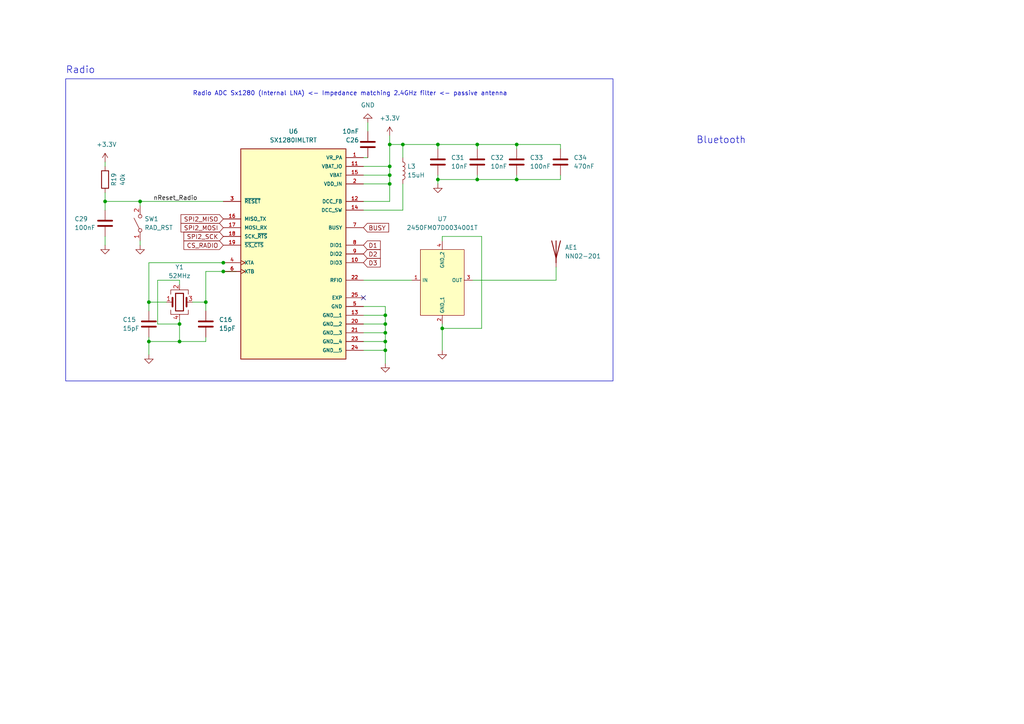
<source format=kicad_sch>
(kicad_sch (version 20230121) (generator eeschema)
  (paper "A4")
  (lib_symbols
    (symbol "Device:Antenna" (pin_numbers hide) (pin_names (offset 1.016) hide)
      (property "Reference" "AE" (at -1.905 1.905 0))
      (property "Value" "Antenna" (at -1.905 0 0))
      (symbol "Antenna_0_1"
        (polyline (pts (xy 0 2.54) (xy 0 -3.81)) (stroke (width 0.254)))
        (polyline (pts (xy 1.27 2.54) (xy 0 -2.54) (xy -1.27 2.54)) (stroke (width 0.254)))
      )
      (symbol "Antenna_1_1"
        (pin input line (at 0 -5.08 90) (length 2.54) (name "A") (number "1"))
      )
    )
    (symbol "Device:C" (pin_numbers hide) (pin_names (offset 0.254))
      (property "Reference" "C" (at 0.635 2.54 0))
      (property "Value" "C" (at 0.635 -2.54 0))
      (symbol "C_0_1"
        (polyline (pts (xy -2.032 -0.762) (xy 2.032 -0.762)) (stroke (width 0.508)))
        (polyline (pts (xy -2.032 0.762) (xy 2.032 0.762)) (stroke (width 0.508)))
      )
      (symbol "C_1_1"
        (pin passive line (at 0 3.81 270) (length 2.794) (name "~") (number "1"))
        (pin passive line (at 0 -3.81 90) (length 2.794) (name "~") (number "2"))
      )
    )
    (symbol "Device:Crystal_GND24" (pin_names (offset 1.016) hide)
      (property "Reference" "Y" (at 3.175 5.08 0))
      (property "Value" "Crystal_GND24" (at 3.175 3.175 0))
      (symbol "Crystal_GND24_0_1"
        (rectangle (start -1.143 2.54) (end 1.143 -2.54) (stroke (width 0.3048)))
        (polyline (pts (xy -2.54 0) (xy -2.032 0)))
        (polyline (pts (xy -2.032 -1.27) (xy -2.032 1.27)) (stroke (width 0.508)))
        (polyline (pts (xy 0 -3.81) (xy 0 -3.556)))
        (polyline (pts (xy 0 3.556) (xy 0 3.81)))
        (polyline (pts (xy 2.032 -1.27) (xy 2.032 1.27)) (stroke (width 0.508)))
        (polyline (pts (xy 2.032 0) (xy 2.54 0)))
        (polyline (pts (xy -2.54 -2.286) (xy -2.54 -3.556) (xy 2.54 -3.556) (xy 2.54 -2.286)))
        (polyline (pts (xy -2.54 2.286) (xy -2.54 3.556) (xy 2.54 3.556) (xy 2.54 2.286)))
      )
      (symbol "Crystal_GND24_1_1"
        (pin passive line (at -3.81 0 0) (length 1.27) (name "1") (number "1"))
        (pin passive line (at 0 5.08 270) (length 1.27) (name "2") (number "2"))
        (pin passive line (at 3.81 0 180) (length 1.27) (name "3") (number "3"))
        (pin passive line (at 0 -5.08 90) (length 1.27) (name "4") (number "4"))
      )
    )
    (symbol "Device:L" (pin_numbers hide) (pin_names (offset 1.016) hide)
      (property "Reference" "L" (at -1.27 0 90))
      (property "Value" "L" (at 1.905 0 90))
      (symbol "L_0_1"
        (arc (start 0 -2.54) (mid 0.6323 -1.905) (end 0 -1.27))
        (arc (start 0 -1.27) (mid 0.6323 -0.635) (end 0 0))
        (arc (start 0 0) (mid 0.6323 0.635) (end 0 1.27))
        (arc (start 0 1.27) (mid 0.6323 1.905) (end 0 2.54))
      )
      (symbol "L_1_1"
        (pin passive line (at 0 3.81 270) (length 1.27) (name "1") (number "1"))
        (pin passive line (at 0 -3.81 90) (length 1.27) (name "2") (number "2"))
      )
    )
    (symbol "Device:R" (pin_numbers hide) (pin_names (offset 0))
      (property "Reference" "R" (at 2.032 0 90))
      (property "Value" "R" (at 0 0 90))
      (symbol "R_0_1"
        (rectangle (start -1.016 -2.54) (end 1.016 2.54) (stroke (width 0.254)))
      )
      (symbol "R_1_1"
        (pin passive line (at 0 3.81 270) (length 1.27) (name "~") (number "1"))
        (pin passive line (at 0 -3.81 90) (length 1.27) (name "~") (number "2"))
      )
    )
    (symbol "RF:SX1280IMLTRT" (pin_names (offset 1.016))
      (property "Reference" "U" (at -15.24 23.495 0))
      (property "Value" "SX1280IMLTRT" (at -15.24 -40.64 0))
      (symbol "SX1280IMLTRT_0_0"
        (rectangle (start -15.24 -38.1) (end 15.24 22.86) (stroke (width 0.254)) (fill (type background)))
        (pin power_in line (at 20.32 20.32 180) (length 5.08) (name "VR_PA") (number "1"))
        (pin bidirectional line (at 20.32 -10.16 180) (length 5.08) (name "DIO3") (number "10"))
        (pin power_in line (at 20.32 17.78 180) (length 5.08) (name "VBAT_IO") (number "11"))
        (pin output line (at 20.32 7.62 180) (length 5.08) (name "DCC_FB") (number "12"))
        (pin power_in line (at 20.32 -25.4 180) (length 5.08) (name "GND__1") (number "13"))
        (pin output line (at 20.32 5.08 180) (length 5.08) (name "DCC_SW") (number "14"))
        (pin power_in line (at 20.32 15.24 180) (length 5.08) (name "VBAT") (number "15"))
        (pin output line (at -20.32 2.54 0) (length 5.08) (name "MISO_TX") (number "16"))
        (pin input line (at -20.32 0 0) (length 5.08) (name "MOSI_RX") (number "17"))
        (pin input line (at -20.32 -2.54 0) (length 5.08) (name "SCK_~{RTS}") (number "18"))
        (pin input line (at -20.32 -5.08 0) (length 5.08) (name "~{SS_CTS}") (number "19"))
        (pin power_in line (at 20.32 12.7 180) (length 5.08) (name "VDD_IN") (number "2"))
        (pin power_in line (at 20.32 -27.94 180) (length 5.08) (name "GND__2") (number "20"))
        (pin power_in line (at 20.32 -30.48 180) (length 5.08) (name "GND__3") (number "21"))
        (pin bidirectional line (at 20.32 -15.24 180) (length 5.08) (name "RFIO") (number "22"))
        (pin power_in line (at 20.32 -33.02 180) (length 5.08) (name "GND__4") (number "23"))
        (pin power_in line (at 20.32 -35.56 180) (length 5.08) (name "GND__5") (number "24"))
        (pin power_in line (at 20.32 -20.32 180) (length 5.08) (name "EXP") (number "25"))
        (pin input line (at -20.32 7.62 0) (length 5.08) (name "~{RESET}") (number "3"))
        (pin input clock (at -20.32 -10.16 0) (length 5.08) (name "XTA") (number "4"))
        (pin power_in line (at 20.32 -22.86 180) (length 5.08) (name "GND") (number "5"))
        (pin passive clock (at -20.32 -12.7 0) (length 5.08) (name "XTB") (number "6"))
        (pin output line (at 20.32 0 180) (length 5.08) (name "BUSY") (number "7"))
        (pin bidirectional line (at 20.32 -5.08 180) (length 5.08) (name "DIO1") (number "8"))
        (pin bidirectional line (at 20.32 -7.62 180) (length 5.08) (name "DIO2") (number "9"))
      )
    )
    (symbol "RF_Filter:2450FM07D0034001T"
      (property "Reference" "U" (at 0 6.731 0))
      (property "Value" "2450FM07D0034001T" (at 0 4.318 0))
      (symbol "2450FM07D0034001T_1_1"
        (rectangle (start -6.35 -2.54) (end 6.35 -21.59) (fill (type background)))
        (pin input line (at -8.89 -11.43 0) (length 2.54) (name "IN") (number "1"))
        (pin input line (at 0 -24.13 90) (length 2.54) (name "GND_1") (number "2"))
        (pin output line (at 8.89 -11.43 180) (length 2.54) (name "OUT") (number "3"))
        (pin input line (at 0 0 270) (length 2.54) (name "GND_2") (number "4"))
      )
    )
    (symbol "Switch:SW_SPST" (pin_names (offset 0) hide)
      (property "Reference" "SW" (at 0 3.175 0))
      (property "Value" "SW_SPST" (at 0 -2.54 0))
      (symbol "SW_SPST_0_0"
        (circle (center -2.032 0) (radius 0.508))
        (polyline (pts (xy -1.524 0.254) (xy 1.524 1.778)))
        (circle (center 2.032 0) (radius 0.508))
      )
      (symbol "SW_SPST_1_1"
        (pin passive line (at -5.08 0 0) (length 2.54) (name "A") (number "1"))
        (pin passive line (at 5.08 0 180) (length 2.54) (name "B") (number "2"))
      )
    )
    (symbol "power:+3.3V" (power) (pin_names (offset 0))
      (property "Value" "+3.3V" (at 0 3.556 0))
      (symbol "+3.3V_0_1"
        (polyline (pts (xy -0.762 1.27) (xy 0 2.54)))
        (polyline (pts (xy 0 0) (xy 0 2.54)))
        (polyline (pts (xy 0 2.54) (xy 0.762 1.27)))
      )
      (symbol "+3.3V_1_1"
        (pin power_in line (at 0 0 90) (length 0) hide (name "+3.3V") (number "1"))
      )
    )
    (symbol "power:GND" (power) (pin_names (offset 0))
      (property "Value" "GND" (at 0 -3.81 0))
      (symbol "GND_0_1"
        (polyline (pts (xy 0 0) (xy 0 -1.27) (xy 1.27 -1.27) (xy 0 -2.54) (xy -1.27 -1.27) (xy 0 -1.27)))
      )
      (symbol "GND_1_1"
        (pin power_in line (at 0 0 270) (length 0) hide (name "GND") (number "1"))
      )
    )
  )
  (junction (at 127 41.91))
  (junction (at 59.69 87.63))
  (junction (at 43.18 99.06))
  (junction (at 128.27 95.25))
  (junction (at 43.18 87.63))
  (junction (at 149.86 41.91))
  (junction (at 113.03 53.34))
  (junction (at 30.48 58.42))
  (junction (at 111.76 93.98))
  (junction (at 127 52.07))
  (junction (at 111.76 91.44))
  (junction (at 113.03 50.8))
  (junction (at 111.76 101.6))
  (junction (at 116.84 41.91))
  (junction (at 64.77 78.74))
  (junction (at 40.64 58.42))
  (junction (at 138.43 41.91))
  (junction (at 113.03 41.91))
  (junction (at 52.07 93.98))
  (junction (at 52.07 99.06))
  (junction (at 138.43 52.07))
  (junction (at 111.76 99.06))
  (junction (at 111.76 96.52))
  (junction (at 149.86 52.07))
  (junction (at 64.77 76.2))
  (junction (at 113.03 48.26))
  (no_connect (at 105.41 86.36))
  (wire (pts (xy 113.03 53.34) (xy 105.41 53.34)))
  (wire (pts (xy 111.76 96.52) (xy 111.76 93.98)))
  (wire (pts (xy 113.03 41.91) (xy 113.03 48.26)))
  (wire (pts (xy 59.69 87.63) (xy 59.69 90.17)))
  (wire (pts (xy 105.41 50.8) (xy 113.03 50.8)))
  (wire (pts (xy 105.41 101.6) (xy 111.76 101.6)))
  (wire (pts (xy 105.41 48.26) (xy 113.03 48.26)))
  (wire (pts (xy 105.41 99.06) (xy 111.76 99.06)))
  (wire (pts (xy 43.18 76.2) (xy 43.18 87.63)))
  (wire (pts (xy 59.69 87.63) (xy 55.88 87.63)))
  (wire (pts (xy 161.29 77.47) (xy 161.29 81.28)))
  (wire (pts (xy 149.86 41.91) (xy 138.43 41.91)))
  (wire (pts (xy 116.84 41.91) (xy 116.84 45.72)))
  (wire (pts (xy 149.86 41.91) (xy 149.86 43.18)))
  (wire (pts (xy 162.56 52.07) (xy 149.86 52.07)))
  (wire (pts (xy 116.84 60.96) (xy 105.41 60.96)))
  (wire (pts (xy 113.03 58.42) (xy 113.03 53.34)))
  (wire (pts (xy 30.48 71.12) (xy 30.48 68.58)))
  (wire (pts (xy 59.69 99.06) (xy 52.07 99.06)))
  (wire (pts (xy 40.64 71.12) (xy 40.64 69.85)))
  (wire (pts (xy 43.18 99.06) (xy 43.18 102.87)))
  (wire (pts (xy 43.18 99.06) (xy 52.07 99.06)))
  (wire (pts (xy 45.72 93.98) (xy 52.07 93.98)))
  (wire (pts (xy 106.68 38.1) (xy 106.68 35.56)))
  (wire (pts (xy 111.76 91.44) (xy 111.76 88.9)))
  (wire (pts (xy 105.41 91.44) (xy 111.76 91.44)))
  (wire (pts (xy 138.43 52.07) (xy 149.86 52.07)))
  (wire (pts (xy 127 43.18) (xy 127 41.91)))
  (wire (pts (xy 111.76 101.6) (xy 111.76 99.06)))
  (wire (pts (xy 128.27 95.25) (xy 128.27 101.6)))
  (wire (pts (xy 48.26 87.63) (xy 43.18 87.63)))
  (wire (pts (xy 106.68 45.72) (xy 105.41 45.72)))
  (wire (pts (xy 30.48 58.42) (xy 40.64 58.42)))
  (wire (pts (xy 161.29 81.28) (xy 137.16 81.28)))
  (wire (pts (xy 128.27 95.25) (xy 128.27 93.98)))
  (wire (pts (xy 45.72 81.28) (xy 52.07 81.28)))
  (wire (pts (xy 105.41 96.52) (xy 111.76 96.52)))
  (wire (pts (xy 127 52.07) (xy 127 50.8)))
  (wire (pts (xy 116.84 41.91) (xy 127 41.91)))
  (wire (pts (xy 43.18 97.79) (xy 43.18 99.06)))
  (wire (pts (xy 52.07 99.06) (xy 52.07 93.98)))
  (wire (pts (xy 162.56 43.18) (xy 162.56 41.91)))
  (wire (pts (xy 139.7 68.58) (xy 139.7 95.25)))
  (wire (pts (xy 40.64 58.42) (xy 64.77 58.42)))
  (wire (pts (xy 113.03 39.37) (xy 113.03 41.91)))
  (wire (pts (xy 127 52.07) (xy 127 53.34)))
  (wire (pts (xy 111.76 99.06) (xy 111.76 96.52)))
  (wire (pts (xy 138.43 52.07) (xy 138.43 50.8)))
  (wire (pts (xy 68.58 76.2) (xy 64.77 76.2)))
  (wire (pts (xy 162.56 41.91) (xy 149.86 41.91)))
  (wire (pts (xy 162.56 50.8) (xy 162.56 52.07)))
  (wire (pts (xy 139.7 95.25) (xy 128.27 95.25)))
  (wire (pts (xy 52.07 81.28) (xy 52.07 82.55)))
  (wire (pts (xy 116.84 41.91) (xy 113.03 41.91)))
  (wire (pts (xy 138.43 41.91) (xy 138.43 43.18)))
  (wire (pts (xy 113.03 48.26) (xy 113.03 50.8)))
  (wire (pts (xy 105.41 93.98) (xy 111.76 93.98)))
  (wire (pts (xy 30.48 46.99) (xy 30.48 48.26)))
  (wire (pts (xy 43.18 87.63) (xy 43.18 90.17)))
  (wire (pts (xy 111.76 105.41) (xy 111.76 101.6)))
  (wire (pts (xy 138.43 41.91) (xy 127 41.91)))
  (wire (pts (xy 128.27 69.85) (xy 128.27 68.58)))
  (wire (pts (xy 116.84 53.34) (xy 116.84 60.96)))
  (wire (pts (xy 68.58 78.74) (xy 64.77 78.74)))
  (wire (pts (xy 30.48 58.42) (xy 30.48 60.96)))
  (wire (pts (xy 105.41 58.42) (xy 113.03 58.42)))
  (wire (pts (xy 45.72 81.28) (xy 45.72 93.98)))
  (wire (pts (xy 113.03 50.8) (xy 113.03 53.34)))
  (wire (pts (xy 111.76 88.9) (xy 105.41 88.9)))
  (wire (pts (xy 111.76 93.98) (xy 111.76 91.44)))
  (wire (pts (xy 149.86 52.07) (xy 149.86 50.8)))
  (wire (pts (xy 40.64 59.69) (xy 40.64 58.42)))
  (wire (pts (xy 105.41 81.28) (xy 119.38 81.28)))
  (wire (pts (xy 59.69 78.74) (xy 59.69 87.63)))
  (wire (pts (xy 30.48 55.88) (xy 30.48 58.42)))
  (wire (pts (xy 43.18 76.2) (xy 64.77 76.2)))
  (wire (pts (xy 127 52.07) (xy 138.43 52.07)))
  (wire (pts (xy 128.27 68.58) (xy 139.7 68.58)))
  (wire (pts (xy 59.69 78.74) (xy 64.77 78.74)))
  (wire (pts (xy 52.07 93.98) (xy 52.07 92.71)))
  (wire (pts (xy 59.69 97.79) (xy 59.69 99.06)))
  (rectangle (start 19.05 22.86) (end 177.8 110.49))
  (text "Radio\n" (at 19.05 21.59 0) (effects (font (size 2 2)) (justify left bottom)))
  (text "Bluetooth" (at 201.93 41.91 0) (effects (font (size 2 2)) (justify left bottom)))
  (text "Radio ADC Sx1280 (Internal LNA) <- Impedance matching 2.4GHz filter <- passive antenna" (at 55.88 27.94 0) (effects (font (size 1.27 1.27)) (justify left bottom)))
  (label "nReset_Radio" (at 44.45 58.42 0))
  (global_label "D1" (shape input) (at 105.41 71.12 0) (property "Intersheetrefs" "${INTERSHEET_REFS}" (effects hide)))
  (global_label "SPI2_MISO" (shape input) (at 64.77 63.5 180) (property "Intersheetrefs" "${INTERSHEET_REFS}" (effects hide)))
  (global_label "SPI2_SCK" (shape input) (at 64.77 68.58 180) (property "Intersheetrefs" "${INTERSHEET_REFS}" (effects hide)))
  (global_label "SPI2_MOSI" (shape input) (at 64.77 66.04 180) (property "Intersheetrefs" "${INTERSHEET_REFS}" (effects hide)))
  (global_label "CS_RADIO" (shape input) (at 64.77 71.12 180) (property "Intersheetrefs" "${INTERSHEET_REFS}" (effects hide)))
  (global_label "BUSY" (shape input) (at 105.41 66.04 0) (property "Intersheetrefs" "${INTERSHEET_REFS}" (effects hide)))
  (global_label "D2" (shape input) (at 105.41 73.66 0) (property "Intersheetrefs" "${INTERSHEET_REFS}" (effects hide)))
  (global_label "D3" (shape input) (at 105.41 76.2 0) (property "Intersheetrefs" "${INTERSHEET_REFS}" (effects hide)))
  (symbol (lib_id "Device:C") (at 43.18 93.98 0) (unit 1)
    (property "Reference" "C15" (at 35.56 92.71 0) (effects (justify left)))
    (property "Value" "15pF" (at 35.56 95.25 0) (effects (justify left)))
    (instances (project "Flight_Board" (path "" (reference "C15") (unit 1)) (path "" (reference "C27") (unit 1))))
  )
  (symbol (lib_id "power:GND") (at 40.64 71.12 0) (unit 1)
    (property "Reference" "#PWR061" (effects hide))
    (property "Value" "GND" (effects hide))
    (instances (project "Flight_Board" (path "" (reference "#PWR061") (unit 1)) (path "" (reference "#PWR063") (unit 1))))
  )
  (symbol (lib_id "Device:C") (at 149.86 46.99 0) (unit 1)
    (property "Reference" "C33" (at 153.67 45.72 0) (effects (justify left)))
    (property "Value" "100nF" (at 153.67 48.26 0) (effects (justify left)))
  )
  (symbol (lib_id "power:GND") (at 43.18 102.87 0) (unit 1)
    (property "Reference" "#PWR028" (effects hide))
    (property "Value" "GND" (effects hide))
    (instances (project "Flight_Board" (path "" (reference "#PWR028") (unit 1)) (path "" (reference "#PWR057") (unit 1))))
  )
  (symbol (lib_id "power:GND") (at 128.27 101.6 0) (unit 1)
    (property "Reference" "#PWR053" (effects hide))
    (property "Value" "GND" (effects hide))
  )
  (symbol (lib_id "Device:C") (at 162.56 46.99 0) (unit 1)
    (property "Reference" "C34" (at 166.37 45.72 0) (effects (justify left)))
    (property "Value" "470nF" (at 166.37 48.26 0) (effects (justify left)))
  )
  (symbol (lib_id "Device:L") (at 116.84 49.53 0) (unit 1)
    (property "Reference" "L3" (at 118.11 48.26 0) (effects (justify left)))
    (property "Value" "15uH" (at 118.11 50.8 0) (effects (justify left)))
  )
  (symbol (lib_id "power:GND") (at 111.76 105.41 0) (unit 1)
    (property "Reference" "#PWR055" (effects hide))
    (property "Value" "GND" (effects hide))
  )
  (symbol (lib_id "power:GND") (at 127 53.34 0) (unit 1)
    (property "Reference" "#PWR064" (effects hide))
    (property "Value" "GND" (effects hide))
  )
  (symbol (lib_id "Device:R") (at 30.48 52.07 180) (unit 1)
    (property "Reference" "R19" (at 33.02 52.07 90))
    (property "Value" "40k" (at 35.56 52.07 90))
    (property "Footprint" "Resistor_SMD:R_0603_1608Metric" (effects hide))
    (instances (project "Flight_Board" (path "" (reference "R19") (unit 1)) (path "" (reference "R20") (unit 1))))
  )
  (symbol (lib_id "Device:C") (at 30.48 64.77 0) (unit 1)
    (property "Reference" "C29" (at 21.59 63.5 0) (effects (justify left)))
    (property "Value" "100nF" (at 21.59 66.04 0) (effects (justify left)))
    (instances (project "Flight_Board" (path "" (reference "C29") (unit 1)) (path "" (reference "C30") (unit 1))))
  )
  (symbol (lib_id "power:GND") (at 106.68 35.56 180) (unit 1)
    (property "Reference" "#PWR056" (effects hide))
    (property "Value" "GND" (at 106.68 30.48 0))
  )
  (symbol (lib_id "Device:C") (at 127 46.99 0) (unit 1)
    (property "Reference" "C31" (at 130.81 45.72 0) (effects (justify left)))
    (property "Value" "10nF" (at 130.81 48.26 0) (effects (justify left)))
  )
  (symbol (lib_id "power:+3.3V") (at 113.03 39.37 0) (unit 1)
    (property "Reference" "#PWR054" (effects hide))
    (property "Value" "+3.3V" (at 113.03 34.29 0))
  )
  (symbol (lib_id "Device:C") (at 138.43 46.99 0) (unit 1)
    (property "Reference" "C32" (at 142.24 45.72 0) (effects (justify left)))
    (property "Value" "10nF" (at 142.24 48.26 0) (effects (justify left)))
  )
  (symbol (lib_id "power:GND") (at 30.48 71.12 0) (unit 1)
    (property "Reference" "#PWR060" (effects hide))
    (property "Value" "GND" (effects hide))
    (instances (project "Flight_Board" (path "" (reference "#PWR060") (unit 1)) (path "" (reference "#PWR062") (unit 1))))
  )
  (symbol (lib_id "Device:C") (at 106.68 41.91 180) (unit 1)
    (property "Reference" "C26" (at 104.14 40.64 0) (effects (justify left)))
    (property "Value" "10nF" (at 104.14 38.1 0) (effects (justify left)))
  )
  (symbol (lib_id "Device:Antenna") (at 161.29 72.39 0) (unit 1)
    (property "Reference" "AE1" (at 163.83 71.755 0) (effects (justify left)))
    (property "Value" "NN02-201" (at 163.83 74.295 0) (effects (justify left)))
  )
  (symbol (lib_id "Device:Crystal_GND24") (at 52.07 87.63 0) (unit 1)
    (property "Reference" "Y1" (at 52.07 77.47 0))
    (property "Value" "52MHz" (at 52.07 80.01 0))
    (property "Footprint" "https://www.mouser.com/datasheet/2/122/ECX_1637B2-2400564.pdf" (effects hide))
    (instances (project "Flight_Board" (path "" (reference "Y1") (unit 1)) (path "" (reference "Y2") (unit 1))))
  )
  (symbol (lib_id "RF:SX1280IMLTRT") (at 85.09 66.04 0) (unit 1)
    (property "Reference" "U6" (at 85.09 38.1 0))
    (property "Value" "SX1280IMLTRT" (at 85.09 40.64 0))
    (property "Footprint" "SX1280IMLTRT:XCVR_SX1280IMLTRT" (effects hide))
    (property "PARTREV" "3.3" (effects hide))
    (property "STANDARD" "Manufacturer Recommendations" (effects hide))
    (property "MAXIMUM_PACKAGE_HEIGHT" "1.00 mm" (effects hide))
    (property "MANUFACTURER" "Semtech" (effects hide))
  )
  (symbol (lib_id "Switch:SW_SPST") (at 40.64 64.77 90) (unit 1)
    (property "Reference" "SW1" (at 41.91 63.5 90) (effects (justify right)))
    (property "Value" "RAD_RST" (at 41.91 66.04 90) (effects (justify right)))
    (instances (project "Flight_Board" (path "" (reference "SW1") (unit 1)) (path "" (reference "SW5") (unit 1))))
  )
  (symbol (lib_id "Device:C") (at 59.69 93.98 0) (unit 1)
    (property "Reference" "C16" (at 63.5 92.71 0) (effects (justify left)))
    (property "Value" "15pF" (at 63.5 95.25 0) (effects (justify left)))
    (instances (project "Flight_Board" (path "" (reference "C16") (unit 1)) (path "" (reference "C28") (unit 1))))
  )
  (symbol (lib_id "power:+3.3V") (at 30.48 46.99 0) (unit 1)
    (property "Reference" "#PWR059" (effects hide))
    (property "Value" "+3.3V" (at 27.94 41.91 0) (effects (justify left)))
    (instances (project "Flight_Board" (path "" (reference "#PWR059") (unit 1)) (path "" (reference "#PWR058") (unit 1))))
  )
  (symbol (lib_id "RF_Filter:2450FM07D0034001T") (at 128.27 69.85 0) (unit 1)
    (property "Reference" "U7" (at 128.27 63.5 0))
    (property "Value" "2450FM07D0034001T" (at 128.27 66.04 0))
  )
)
</source>
